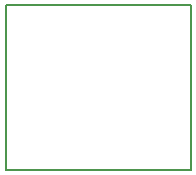
<source format=gm1>
G04 Layer_Color=16711935*
%FSLAX24Y24*%
%MOIN*%
G70*
G01*
G75*
%ADD23C,0.0060*%
D23*
X2920Y-2020D02*
Y3490D01*
X-3260Y-2020D02*
X2920D01*
X-3260D02*
Y3490D01*
X2920D01*
M02*

</source>
